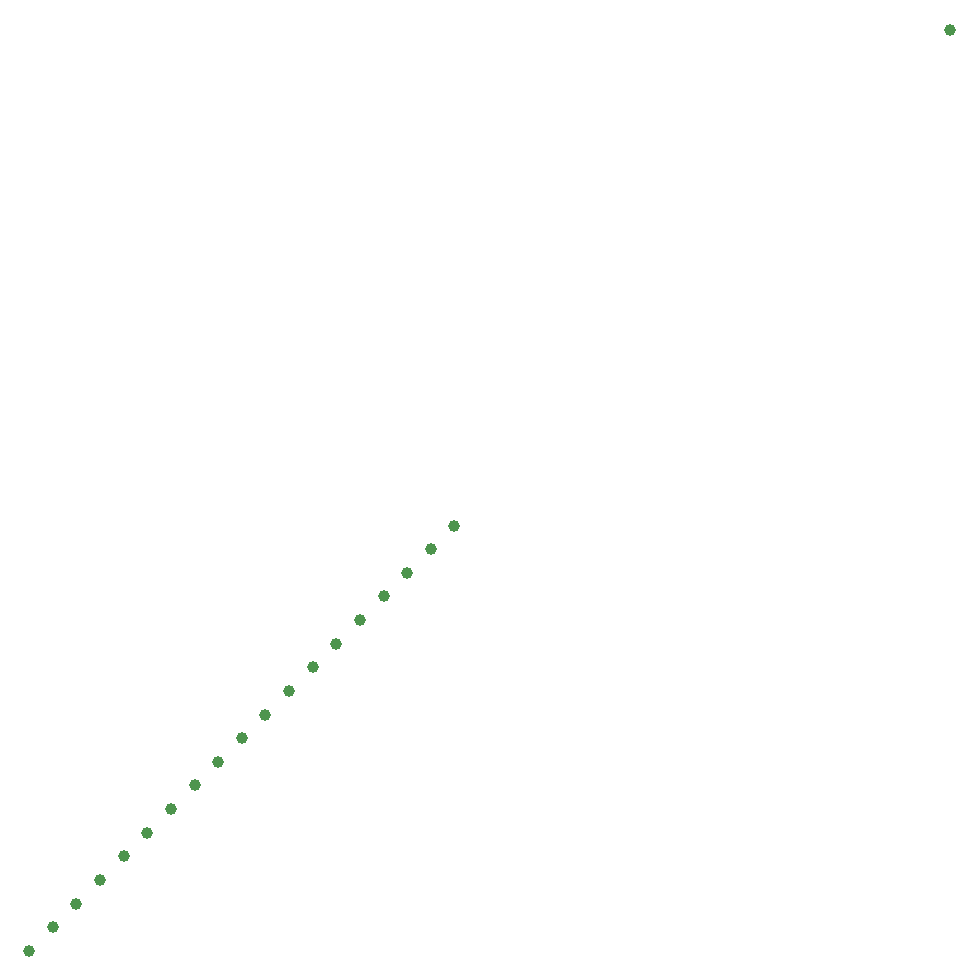
<source format=gbr>
G04 Examples for testing time performance of Gerber parsers*
%FSLAX26Y26*%
%MOMM*%
%ADD10C,1*%
%LPD*%
D10*
X0Y0D03*
X78000000Y78000000D03*
X2000000Y2000000D03*
X4000000Y4000000D03*
X6000000Y6000000D03*
X8000000Y8000000D03*
X10000000Y10000000D03*
X12000000Y12000000D03*
X14000000Y14000000D03*
X16000000Y16000000D03*
X18000000Y18000000D03*
X20000000Y20000000D03*
X22000000Y22000000D03*
X24000000Y24000000D03*
X26000000Y26000000D03*
X28000000Y28000000D03*
X30000000Y30000000D03*
X32000000Y32000000D03*
X34000000Y34000000D03*
X36000000Y36000000D03*
M02*

</source>
